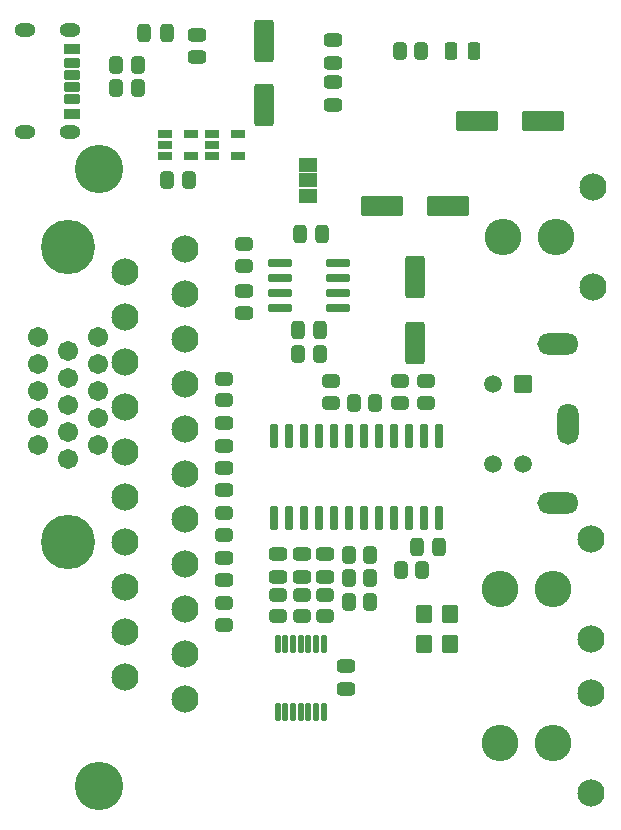
<source format=gbr>
%TF.GenerationSoftware,KiCad,Pcbnew,8.0.7*%
%TF.CreationDate,2025-01-22T15:24:25+13:00*%
%TF.ProjectId,rgbntsc,7267626e-7473-4632-9e6b-696361645f70,rev?*%
%TF.SameCoordinates,Original*%
%TF.FileFunction,Soldermask,Top*%
%TF.FilePolarity,Negative*%
%FSLAX46Y46*%
G04 Gerber Fmt 4.6, Leading zero omitted, Abs format (unit mm)*
G04 Created by KiCad (PCBNEW 8.0.7) date 2025-01-22 15:24:25*
%MOMM*%
%LPD*%
G01*
G04 APERTURE LIST*
G04 Aperture macros list*
%AMRoundRect*
0 Rectangle with rounded corners*
0 $1 Rounding radius*
0 $2 $3 $4 $5 $6 $7 $8 $9 X,Y pos of 4 corners*
0 Add a 4 corners polygon primitive as box body*
4,1,4,$2,$3,$4,$5,$6,$7,$8,$9,$2,$3,0*
0 Add four circle primitives for the rounded corners*
1,1,$1+$1,$2,$3*
1,1,$1+$1,$4,$5*
1,1,$1+$1,$6,$7*
1,1,$1+$1,$8,$9*
0 Add four rect primitives between the rounded corners*
20,1,$1+$1,$2,$3,$4,$5,0*
20,1,$1+$1,$4,$5,$6,$7,0*
20,1,$1+$1,$6,$7,$8,$9,0*
20,1,$1+$1,$8,$9,$2,$3,0*%
G04 Aperture macros list end*
%ADD10RoundRect,0.275500X0.500500X-0.275500X0.500500X0.275500X-0.500500X0.275500X-0.500500X-0.275500X0*%
%ADD11RoundRect,0.275500X-0.500500X0.275500X-0.500500X-0.275500X0.500500X-0.275500X0.500500X0.275500X0*%
%ADD12RoundRect,0.274876X-0.476124X0.288624X-0.476124X-0.288624X0.476124X-0.288624X0.476124X0.288624X0*%
%ADD13C,4.102000*%
%ADD14C,2.302000*%
%ADD15RoundRect,0.275500X0.275500X0.500500X-0.275500X0.500500X-0.275500X-0.500500X0.275500X-0.500500X0*%
%ADD16RoundRect,0.051000X0.600000X-0.350000X0.600000X0.350000X-0.600000X0.350000X-0.600000X-0.350000X0*%
%ADD17RoundRect,0.051000X0.600000X-0.380000X0.600000X0.380000X-0.600000X0.380000X-0.600000X-0.380000X0*%
%ADD18RoundRect,0.051000X0.600000X-0.400000X0.600000X0.400000X-0.600000X0.400000X-0.600000X-0.400000X0*%
%ADD19O,1.802000X1.202000*%
%ADD20RoundRect,0.274876X0.476124X-0.288624X0.476124X0.288624X-0.476124X0.288624X-0.476124X-0.288624X0*%
%ADD21RoundRect,0.274876X0.288624X0.476124X-0.288624X0.476124X-0.288624X-0.476124X0.288624X-0.476124X0*%
%ADD22RoundRect,0.175500X-0.850500X-0.175500X0.850500X-0.175500X0.850500X0.175500X-0.850500X0.175500X0*%
%ADD23C,1.702000*%
%ADD24C,4.602000*%
%ADD25O,3.102000X3.102000*%
%ADD26RoundRect,0.051000X0.704000X0.704000X-0.704000X0.704000X-0.704000X-0.704000X0.704000X-0.704000X0*%
%ADD27C,1.510000*%
%ADD28O,3.502000X1.802000*%
%ADD29O,1.802000X3.502000*%
%ADD30RoundRect,0.051000X0.600000X-0.700000X0.600000X0.700000X-0.600000X0.700000X-0.600000X-0.700000X0*%
%ADD31RoundRect,0.175500X0.175500X-0.863000X0.175500X0.863000X-0.175500X0.863000X-0.175500X-0.863000X0*%
%ADD32RoundRect,0.051000X-0.750000X0.500000X-0.750000X-0.500000X0.750000X-0.500000X0.750000X0.500000X0*%
%ADD33RoundRect,0.051000X-0.530000X-0.325000X0.530000X-0.325000X0.530000X0.325000X-0.530000X0.325000X0*%
%ADD34RoundRect,0.265938X-0.585062X1.535062X-0.585062X-1.535062X0.585062X-1.535062X0.585062X1.535062X0*%
%ADD35RoundRect,0.274876X-0.288624X-0.476124X0.288624X-0.476124X0.288624X0.476124X-0.288624X0.476124X0*%
%ADD36RoundRect,0.265938X-1.535062X-0.585062X1.535062X-0.585062X1.535062X0.585062X-1.535062X0.585062X0*%
%ADD37RoundRect,0.275500X-0.275500X-0.500500X0.275500X-0.500500X0.275500X0.500500X-0.275500X0.500500X0*%
%ADD38RoundRect,0.269250X0.269250X0.481750X-0.269250X0.481750X-0.269250X-0.481750X0.269250X-0.481750X0*%
%ADD39RoundRect,0.125500X0.125500X-0.663000X0.125500X0.663000X-0.125500X0.663000X-0.125500X-0.663000X0*%
G04 APERTURE END LIST*
D10*
%TO.C,C5*%
X37800000Y-78450000D03*
X37800000Y-76550000D03*
%TD*%
D11*
%TO.C,C6*%
X37800000Y-80350000D03*
X37800000Y-82250000D03*
%TD*%
%TO.C,C7*%
X37800000Y-87950000D03*
X37800000Y-89850000D03*
%TD*%
D12*
%TO.C,R10*%
X37800000Y-91787500D03*
X37800000Y-93612500D03*
%TD*%
D13*
%TO.C,J3*%
X27200000Y-55000000D03*
X27200000Y-107270000D03*
D14*
X34480000Y-99905000D03*
X29400000Y-98000000D03*
X34480000Y-96095000D03*
X29400000Y-94190000D03*
X34480000Y-92285000D03*
X29400000Y-90380000D03*
X34480000Y-88475000D03*
X29400000Y-86570000D03*
X34480000Y-84665000D03*
X29400000Y-82760000D03*
X34480000Y-80855000D03*
X29400000Y-78950000D03*
X34480000Y-77045000D03*
X29400000Y-75140000D03*
X34480000Y-73235000D03*
X29400000Y-71330000D03*
X34480000Y-69425000D03*
X29400000Y-67520000D03*
X34480000Y-65615000D03*
X29400000Y-63710000D03*
X34480000Y-61805000D03*
%TD*%
D15*
%TO.C,C4*%
X46150000Y-60500000D03*
X44250000Y-60500000D03*
%TD*%
%TO.C,C8*%
X56050000Y-87000000D03*
X54150000Y-87000000D03*
%TD*%
D11*
%TO.C,C1*%
X39500000Y-65350000D03*
X39500000Y-67250000D03*
%TD*%
D16*
%TO.C,J1*%
X24950000Y-47100000D03*
D17*
X24950000Y-49120000D03*
D18*
X24950000Y-50350000D03*
D16*
X24950000Y-48100000D03*
D17*
X24950000Y-46080000D03*
D18*
X24950000Y-44850000D03*
D19*
X21000000Y-51920000D03*
X24800000Y-51920000D03*
X21000000Y-43280000D03*
X24800000Y-43280000D03*
%TD*%
D20*
%TO.C,R1*%
X39500000Y-63212500D03*
X39500000Y-61387500D03*
%TD*%
D21*
%TO.C,R2*%
X30512500Y-46200000D03*
X28687500Y-46200000D03*
%TD*%
%TO.C,R3*%
X30512500Y-48200000D03*
X28687500Y-48200000D03*
%TD*%
D22*
%TO.C,U1*%
X42525000Y-62995000D03*
X42525000Y-64265000D03*
X42525000Y-65535000D03*
X42525000Y-66805000D03*
X47475000Y-66805000D03*
X47475000Y-65535000D03*
X47475000Y-64265000D03*
X47475000Y-62995000D03*
%TD*%
D23*
%TO.C,J2*%
X27140000Y-78440000D03*
X27140000Y-76150000D03*
X27140000Y-73860000D03*
X27140000Y-71570000D03*
X27140000Y-69280000D03*
X24600000Y-79580000D03*
X24600000Y-77290000D03*
X24600000Y-75000000D03*
X24600000Y-72710000D03*
D24*
X24600000Y-61620000D03*
D23*
X24600000Y-70420000D03*
D24*
X24600000Y-86620000D03*
D23*
X22060000Y-78440000D03*
X22060000Y-76150000D03*
X22060000Y-73860000D03*
X22060000Y-71570000D03*
X22060000Y-69280000D03*
%TD*%
D15*
%TO.C,C2*%
X45950000Y-68650000D03*
X44050000Y-68650000D03*
%TD*%
D21*
%TO.C,R4*%
X45912500Y-70700000D03*
X44087500Y-70700000D03*
%TD*%
D14*
%TO.C,JR1*%
X68850000Y-86350000D03*
X68850000Y-94850000D03*
D25*
X61200000Y-90600000D03*
X65700000Y-90600000D03*
%TD*%
D14*
%TO.C,JU1*%
X68850000Y-99370000D03*
X68850000Y-107870000D03*
D25*
X61200000Y-103620000D03*
X65700000Y-103620000D03*
%TD*%
D20*
%TO.C,R6*%
X37800000Y-74612500D03*
X37800000Y-72787500D03*
%TD*%
D12*
%TO.C,R7*%
X37800000Y-84187500D03*
X37800000Y-86012500D03*
%TD*%
D26*
%TO.C,J4*%
X63100000Y-73200000D03*
D27*
X63100000Y-80000000D03*
X60600000Y-73200000D03*
X60600000Y-80000000D03*
D28*
X66100000Y-69850000D03*
D29*
X66900000Y-76600000D03*
D28*
X66100000Y-83350000D03*
%TD*%
D14*
%TO.C,JR2*%
X69050000Y-56550000D03*
X69050000Y-65050000D03*
D25*
X61400000Y-60800000D03*
X65900000Y-60800000D03*
%TD*%
D12*
%TO.C,R12*%
X46900000Y-72987500D03*
X46900000Y-74812500D03*
%TD*%
%TO.C,R13*%
X52700000Y-72987500D03*
X52700000Y-74812500D03*
%TD*%
%TO.C,R14*%
X54900000Y-72987500D03*
X54900000Y-74812500D03*
%TD*%
D30*
%TO.C,X1*%
X56980000Y-95250000D03*
X56980000Y-92710000D03*
X54780000Y-92710000D03*
X54780000Y-95250000D03*
%TD*%
D10*
%TO.C,C11*%
X48100000Y-99050000D03*
X48100000Y-97150000D03*
%TD*%
D31*
%TO.C,U5*%
X42015000Y-84562500D03*
X43285000Y-84562500D03*
X44555000Y-84562500D03*
X45825000Y-84562500D03*
X47095000Y-84562500D03*
X48365000Y-84562500D03*
X49635000Y-84562500D03*
X50905000Y-84562500D03*
X52175000Y-84562500D03*
X53445000Y-84562500D03*
X54715000Y-84562500D03*
X55985000Y-84562500D03*
X55985000Y-77637500D03*
X54715000Y-77637500D03*
X53445000Y-77637500D03*
X52175000Y-77637500D03*
X50905000Y-77637500D03*
X49635000Y-77637500D03*
X48365000Y-77637500D03*
X47095000Y-77637500D03*
X45825000Y-77637500D03*
X44555000Y-77637500D03*
X43285000Y-77637500D03*
X42015000Y-77637500D03*
%TD*%
D32*
%TO.C,JP1*%
X44900000Y-54700000D03*
X44900000Y-56000000D03*
X44900000Y-57300000D03*
%TD*%
D21*
%TO.C,R5*%
X34812500Y-56000000D03*
X32987500Y-56000000D03*
%TD*%
D33*
%TO.C,U2*%
X32800000Y-52050000D03*
X32800000Y-53000000D03*
X32800000Y-53950000D03*
X35000000Y-53950000D03*
X35000000Y-52050000D03*
%TD*%
%TO.C,U3*%
X36800000Y-52050000D03*
X36800000Y-53000000D03*
X36800000Y-53950000D03*
X39000000Y-53950000D03*
X39000000Y-52050000D03*
%TD*%
D34*
%TO.C,C14*%
X54000000Y-64200000D03*
X54000000Y-69800000D03*
%TD*%
D11*
%TO.C,C3*%
X35500000Y-43650000D03*
X35500000Y-45550000D03*
%TD*%
%TO.C,C10*%
X47000000Y-47700000D03*
X47000000Y-49600000D03*
%TD*%
D35*
%TO.C,R15*%
X48387500Y-91700000D03*
X50212500Y-91700000D03*
%TD*%
%TO.C,R16*%
X48387500Y-87700000D03*
X50212500Y-87700000D03*
%TD*%
%TO.C,R17*%
X48387500Y-89700000D03*
X50212500Y-89700000D03*
%TD*%
D11*
%TO.C,C15*%
X42400000Y-87650000D03*
X42400000Y-89550000D03*
%TD*%
%TO.C,C16*%
X44400000Y-87650000D03*
X44400000Y-89550000D03*
%TD*%
%TO.C,C17*%
X46400000Y-87650000D03*
X46400000Y-89550000D03*
%TD*%
D36*
%TO.C,C12*%
X59200000Y-51000000D03*
X64800000Y-51000000D03*
%TD*%
D12*
%TO.C,R18*%
X42400000Y-91087500D03*
X42400000Y-92912500D03*
%TD*%
%TO.C,R19*%
X44400000Y-91087500D03*
X44400000Y-92912500D03*
%TD*%
%TO.C,R20*%
X46400000Y-91087500D03*
X46400000Y-92912500D03*
%TD*%
D37*
%TO.C,FB1*%
X31050000Y-43500000D03*
X32950000Y-43500000D03*
%TD*%
D35*
%TO.C,R21*%
X52787500Y-89000000D03*
X54612500Y-89000000D03*
%TD*%
D38*
%TO.C,D1*%
X58937500Y-45000000D03*
X57062500Y-45000000D03*
%TD*%
D35*
%TO.C,R22*%
X52677500Y-45000000D03*
X54502500Y-45000000D03*
%TD*%
D34*
%TO.C,C9*%
X41200000Y-44200000D03*
X41200000Y-49600000D03*
%TD*%
D21*
%TO.C,R11*%
X50612500Y-74800000D03*
X48787500Y-74800000D03*
%TD*%
D36*
%TO.C,C13*%
X51200000Y-58200000D03*
X56800000Y-58200000D03*
%TD*%
D11*
%TO.C,FB2*%
X47000000Y-44150000D03*
X47000000Y-46050000D03*
%TD*%
D39*
%TO.C,U4*%
X42350000Y-101012500D03*
X43000000Y-101012500D03*
X43650000Y-101012500D03*
X44300000Y-101012500D03*
X44950000Y-101012500D03*
X45600000Y-101012500D03*
X46250000Y-101012500D03*
X46250000Y-95287500D03*
X45600000Y-95287500D03*
X44950000Y-95287500D03*
X44300000Y-95287500D03*
X43650000Y-95287500D03*
X43000000Y-95287500D03*
X42350000Y-95287500D03*
%TD*%
M02*

</source>
